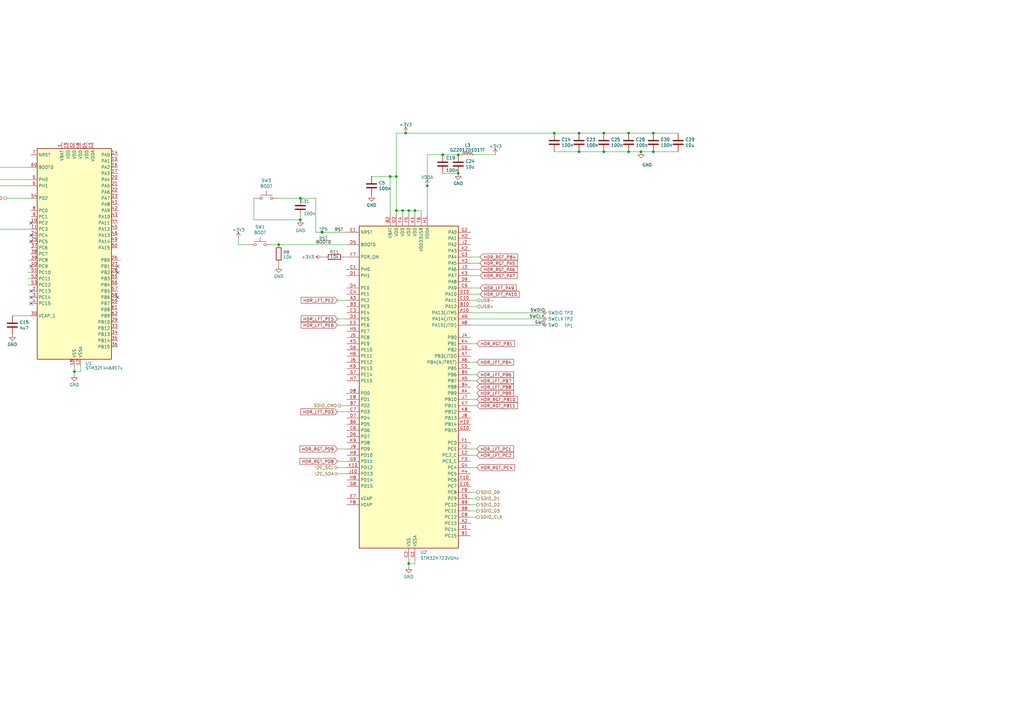
<source format=kicad_sch>
(kicad_sch (version 20231120) (generator "eeschema") (generator_version "8.0")
  (paper "A3")
  (lib_symbols
    (symbol "Connector:TestPoint_Small" (pin_numbers hide) (pin_names (offset 0.762) hide)
      (property "Reference" "TP" (at 0 3.81 0))
      (property "Value" "TestPoint_Small" (at 0 2.032 0))
      (symbol "TestPoint_Small_0_1"
        (circle (center 0 0) (radius 0.508))
      )
      (symbol "TestPoint_Small_1_1"
        (pin passive line (at 0 0 90) (length 0) (name "1") (number "1"))
      )
    )
    (symbol "Device:C" (pin_numbers hide) (pin_names (offset 0.254))
      (property "Reference" "C" (at 0.635 2.54 0))
      (property "Value" "C" (at 0.635 -2.54 0))
      (symbol "C_0_1"
        (polyline (pts (xy -2.032 -0.762) (xy 2.032 -0.762)) (stroke (width 0.508)))
        (polyline (pts (xy -2.032 0.762) (xy 2.032 0.762)) (stroke (width 0.508)))
      )
      (symbol "C_1_1"
        (pin passive line (at 0 3.81 270) (length 2.794) (name "~") (number "1"))
        (pin passive line (at 0 -3.81 90) (length 2.794) (name "~") (number "2"))
      )
    )
    (symbol "Device:Crystal_GND24_Small" (pin_names (offset 1.016) hide)
      (property "Reference" "Y" (at 1.27 4.445 0))
      (property "Value" "Crystal_GND24_Small" (at 1.27 2.54 0))
      (symbol "Crystal_GND24_Small_0_1"
        (rectangle (start -0.762 -1.524) (end 0.762 1.524))
        (polyline (pts (xy -1.27 -0.762) (xy -1.27 0.762)) (stroke (width 0.381)))
        (polyline (pts (xy 1.27 -0.762) (xy 1.27 0.762)) (stroke (width 0.381)))
        (polyline (pts (xy -1.27 -1.27) (xy -1.27 -1.905) (xy 1.27 -1.905) (xy 1.27 -1.27)))
        (polyline (pts (xy -1.27 1.27) (xy -1.27 1.905) (xy 1.27 1.905) (xy 1.27 1.27)))
      )
      (symbol "Crystal_GND24_Small_1_1"
        (pin passive line (at -2.54 0 0) (length 1.27) (name "1") (number "1"))
        (pin passive line (at 0 -2.54 90) (length 0.635) (name "2") (number "2"))
        (pin passive line (at 2.54 0 180) (length 1.27) (name "3") (number "3"))
        (pin passive line (at 0 2.54 270) (length 0.635) (name "4") (number "4"))
      )
    )
    (symbol "Device:LED" (pin_numbers hide) (pin_names (offset 1.016) hide)
      (property "Reference" "D" (at 0 2.54 0))
      (property "Value" "LED" (at 0 -2.54 0))
      (symbol "LED_0_1"
        (polyline (pts (xy -1.27 -1.27) (xy -1.27 1.27)) (stroke (width 0.254)))
        (polyline (pts (xy -1.27 0) (xy 1.27 0)))
        (polyline (pts (xy 1.27 -1.27) (xy 1.27 1.27) (xy -1.27 0) (xy 1.27 -1.27)) (stroke (width 0.254)))
        (polyline (pts (xy -3.048 -0.762) (xy -4.572 -2.286) (xy -3.81 -2.286) (xy -4.572 -2.286) (xy -4.572 -1.524)))
        (polyline (pts (xy -1.778 -0.762) (xy -3.302 -2.286) (xy -2.54 -2.286) (xy -3.302 -2.286) (xy -3.302 -1.524)))
      )
      (symbol "LED_1_1"
        (pin passive line (at -3.81 0 0) (length 2.54) (name "K") (number "1"))
        (pin passive line (at 3.81 0 180) (length 2.54) (name "A") (number "2"))
      )
    )
    (symbol "Device:L_Ferrite_Small" (pin_numbers hide) (pin_names (offset 0.254) hide)
      (property "Reference" "L" (at 1.27 1.016 0))
      (property "Value" "L_Ferrite_Small" (at 1.27 -1.27 0))
      (symbol "L_Ferrite_Small_0_1"
        (arc (start 0 -2.032) (mid 0.5058 -1.524) (end 0 -1.016))
        (arc (start 0 -1.016) (mid 0.5058 -0.508) (end 0 0))
        (polyline (pts (xy 0.762 -1.905) (xy 0.762 -1.651)))
        (polyline (pts (xy 0.762 -1.397) (xy 0.762 -1.143)))
        (polyline (pts (xy 0.762 -0.889) (xy 0.762 -0.635)))
        (polyline (pts (xy 0.762 -0.381) (xy 0.762 -0.127)))
        (polyline (pts (xy 0.762 0.127) (xy 0.762 0.381)))
        (polyline (pts (xy 0.762 0.635) (xy 0.762 0.889)))
        (polyline (pts (xy 0.762 1.143) (xy 0.762 1.397)))
        (polyline (pts (xy 0.762 1.651) (xy 0.762 1.905)))
        (polyline (pts (xy 1.016 -1.651) (xy 1.016 -1.905)))
        (polyline (pts (xy 1.016 -1.143) (xy 1.016 -1.397)))
        (polyline (pts (xy 1.016 -0.635) (xy 1.016 -0.889)))
        (polyline (pts (xy 1.016 -0.127) (xy 1.016 -0.381)))
        (polyline (pts (xy 1.016 0.381) (xy 1.016 0.127)))
        (polyline (pts (xy 1.016 0.889) (xy 1.016 0.635)))
        (polyline (pts (xy 1.016 1.397) (xy 1.016 1.143)))
        (polyline (pts (xy 1.016 1.905) (xy 1.016 1.651)))
        (arc (start 0 0) (mid 0.5058 0.508) (end 0 1.016))
        (arc (start 0 1.016) (mid 0.5058 1.524) (end 0 2.032))
      )
      (symbol "L_Ferrite_Small_1_1"
        (pin passive line (at 0 2.54 270) (length 0.508) (name "~") (number "1"))
        (pin passive line (at 0 -2.54 90) (length 0.508) (name "~") (number "2"))
      )
    )
    (symbol "Device:R" (pin_numbers hide) (pin_names (offset 0))
      (property "Reference" "R" (at 2.032 0 90))
      (property "Value" "R" (at 0 0 90))
      (symbol "R_0_1"
        (rectangle (start -1.016 -2.54) (end 1.016 2.54) (stroke (width 0.254)))
      )
      (symbol "R_1_1"
        (pin passive line (at 0 3.81 270) (length 1.27) (name "~") (number "1"))
        (pin passive line (at 0 -3.81 90) (length 1.27) (name "~") (number "2"))
      )
    )
    (symbol "MCU_ST_STM32F4:STM32F446RETx"
      (property "Reference" "U" (at -15.24 44.45 0))
      (property "Value" "STM32F446RETx" (at 10.16 44.45 0))
      (symbol "STM32F446RETx_0_1"
        (rectangle (start -15.24 -43.18) (end 15.24 43.18) (stroke (width 0.254)) (fill (type background)))
      )
      (symbol "STM32F446RETx_1_1"
        (pin power_in line (at -5.08 45.72 270) (length 2.54) (name "VBAT") (number "1"))
        (pin bidirectional line (at -17.78 12.7 0) (length 2.54) (name "PC2") (number "10"))
        (pin bidirectional line (at -17.78 10.16 0) (length 2.54) (name "PC3") (number "11"))
        (pin power_in line (at 2.54 -45.72 90) (length 2.54) (name "VSSA") (number "12"))
        (pin power_in line (at 7.62 45.72 270) (length 2.54) (name "VDDA") (number "13"))
        (pin bidirectional line (at 17.78 40.64 180) (length 2.54) (name "PA0") (number "14"))
        (pin bidirectional line (at 17.78 38.1 180) (length 2.54) (name "PA1") (number "15"))
        (pin bidirectional line (at 17.78 35.56 180) (length 2.54) (name "PA2") (number "16"))
        (pin bidirectional line (at 17.78 33.02 180) (length 2.54) (name "PA3") (number "17"))
        (pin power_in line (at 0 -45.72 90) (length 2.54) (name "VSS") (number "18"))
        (pin power_in line (at -2.54 45.72 270) (length 2.54) (name "VDD") (number "19"))
        (pin bidirectional line (at -17.78 -15.24 0) (length 2.54) (name "PC13") (number "2"))
        (pin bidirectional line (at 17.78 30.48 180) (length 2.54) (name "PA4") (number "20"))
        (pin bidirectional line (at 17.78 27.94 180) (length 2.54) (name "PA5") (number "21"))
        (pin bidirectional line (at 17.78 25.4 180) (length 2.54) (name "PA6") (number "22"))
        (pin bidirectional line (at 17.78 22.86 180) (length 2.54) (name "PA7") (number "23"))
        (pin bidirectional line (at -17.78 7.62 0) (length 2.54) (name "PC4") (number "24"))
        (pin bidirectional line (at -17.78 5.08 0) (length 2.54) (name "PC5") (number "25"))
        (pin bidirectional line (at 17.78 -2.54 180) (length 2.54) (name "PB0") (number "26"))
        (pin bidirectional line (at 17.78 -5.08 180) (length 2.54) (name "PB1") (number "27"))
        (pin bidirectional line (at 17.78 -7.62 180) (length 2.54) (name "PB2") (number "28"))
        (pin bidirectional line (at 17.78 -27.94 180) (length 2.54) (name "PB10") (number "29"))
        (pin bidirectional line (at -17.78 -17.78 0) (length 2.54) (name "PC14") (number "3"))
        (pin power_out line (at -17.78 -25.4 0) (length 2.54) (name "VCAP_1") (number "30"))
        (pin passive line (at 0 -45.72 90) (length 2.54) hide (name "VSS") (number "31"))
        (pin power_in line (at 0 45.72 270) (length 2.54) (name "VDD") (number "32"))
        (pin bidirectional line (at 17.78 -30.48 180) (length 2.54) (name "PB12") (number "33"))
        (pin bidirectional line (at 17.78 -33.02 180) (length 2.54) (name "PB13") (number "34"))
        (pin bidirectional line (at 17.78 -35.56 180) (length 2.54) (name "PB14") (number "35"))
        (pin bidirectional line (at 17.78 -38.1 180) (length 2.54) (name "PB15") (number "36"))
        (pin bidirectional line (at -17.78 2.54 0) (length 2.54) (name "PC6") (number "37"))
        (pin bidirectional line (at -17.78 0 0) (length 2.54) (name "PC7") (number "38"))
        (pin bidirectional line (at -17.78 -2.54 0) (length 2.54) (name "PC8") (number "39"))
        (pin bidirectional line (at -17.78 -20.32 0) (length 2.54) (name "PC15") (number "4"))
        (pin bidirectional line (at -17.78 -5.08 0) (length 2.54) (name "PC9") (number "40"))
        (pin bidirectional line (at 17.78 20.32 180) (length 2.54) (name "PA8") (number "41"))
        (pin bidirectional line (at 17.78 17.78 180) (length 2.54) (name "PA9") (number "42"))
        (pin bidirectional line (at 17.78 15.24 180) (length 2.54) (name "PA10") (number "43"))
        (pin bidirectional line (at 17.78 12.7 180) (length 2.54) (name "PA11") (number "44"))
        (pin bidirectional line (at 17.78 10.16 180) (length 2.54) (name "PA12") (number "45"))
        (pin bidirectional line (at 17.78 7.62 180) (length 2.54) (name "PA13") (number "46"))
        (pin passive line (at 0 -45.72 90) (length 2.54) hide (name "VSS") (number "47"))
        (pin power_in line (at 2.54 45.72 270) (length 2.54) (name "VDD") (number "48"))
        (pin bidirectional line (at 17.78 5.08 180) (length 2.54) (name "PA14") (number "49"))
        (pin bidirectional line (at -17.78 30.48 0) (length 2.54) (name "PH0") (number "5"))
        (pin bidirectional line (at 17.78 2.54 180) (length 2.54) (name "PA15") (number "50"))
        (pin bidirectional line (at -17.78 -7.62 0) (length 2.54) (name "PC10") (number "51"))
        (pin bidirectional line (at -17.78 -10.16 0) (length 2.54) (name "PC11") (number "52"))
        (pin bidirectional line (at -17.78 -12.7 0) (length 2.54) (name "PC12") (number "53"))
        (pin bidirectional line (at -17.78 22.86 0) (length 2.54) (name "PD2") (number "54"))
        (pin bidirectional line (at 17.78 -10.16 180) (length 2.54) (name "PB3") (number "55"))
        (pin bidirectional line (at 17.78 -12.7 180) (length 2.54) (name "PB4") (number "56"))
        (pin bidirectional line (at 17.78 -15.24 180) (length 2.54) (name "PB5") (number "57"))
        (pin bidirectional line (at 17.78 -17.78 180) (length 2.54) (name "PB6") (number "58"))
        (pin bidirectional line (at 17.78 -20.32 180) (length 2.54) (name "PB7") (number "59"))
        (pin bidirectional line (at -17.78 27.94 0) (length 2.54) (name "PH1") (number "6"))
        (pin input line (at -17.78 35.56 0) (length 2.54) (name "BOOT0") (number "60"))
        (pin bidirectional line (at 17.78 -22.86 180) (length 2.54) (name "PB8") (number "61"))
        (pin bidirectional line (at 17.78 -25.4 180) (length 2.54) (name "PB9") (number "62"))
        (pin passive line (at 0 -45.72 90) (length 2.54) hide (name "VSS") (number "63"))
        (pin power_in line (at 5.08 45.72 270) (length 2.54) (name "VDD") (number "64"))
        (pin input line (at -17.78 40.64 0) (length 2.54) (name "NRST") (number "7"))
        (pin bidirectional line (at -17.78 17.78 0) (length 2.54) (name "PC0") (number "8"))
        (pin bidirectional line (at -17.78 15.24 0) (length 2.54) (name "PC1") (number "9"))
      )
    )
    (symbol "MCU_ST_STM32H7:STM32H723VGHx"
      (property "Reference" "U" (at -20.32 67.31 0))
      (property "Value" "STM32H723VGHx" (at 10.16 67.31 0))
      (symbol "STM32H723VGHx_0_1"
        (rectangle (start -20.32 -66.04) (end 20.32 66.04) (stroke (width 0.254)) (fill (type background)))
      )
      (symbol "STM32H723VGHx_1_1"
        (pin bidirectional line (at 25.4 -58.42 180) (length 5.08) (name "PC14") (number "A1"))
        (pin bidirectional line (at 25.4 30.48 180) (length 5.08) (name "PA13(JTMS") (number "A10"))
        (pin bidirectional line (at 25.4 -55.88 180) (length 5.08) (name "PC13") (number "A2"))
        (pin bidirectional line (at -25.4 35.56 0) (length 5.08) (name "PE2") (number "A3"))
        (pin bidirectional line (at 25.4 -2.54 180) (length 5.08) (name "PB9") (number "A4"))
        (pin bidirectional line (at 25.4 2.54 180) (length 5.08) (name "PB7") (number "A5"))
        (pin bidirectional line (at 25.4 10.16 180) (length 5.08) (name "PB4(NJTRST)") (number "A6"))
        (pin bidirectional line (at 25.4 12.7 180) (length 5.08) (name "PB3(JTDO") (number "A7"))
        (pin bidirectional line (at 25.4 25.4 180) (length 5.08) (name "PA15(JTDI)") (number "A8"))
        (pin bidirectional line (at 25.4 27.94 180) (length 5.08) (name "PA14(JTCK") (number "A9"))
        (pin bidirectional line (at 25.4 -60.96 180) (length 5.08) (name "PC15") (number "B1"))
        (pin bidirectional line (at 25.4 33.02 180) (length 5.08) (name "PA12") (number "B10"))
        (pin power_in line (at -7.62 71.12 270) (length 5.08) (name "VBAT") (number "B2"))
        (pin bidirectional line (at -25.4 33.02 0) (length 5.08) (name "PE3") (number "B3"))
        (pin bidirectional line (at 25.4 0 180) (length 5.08) (name "PB8") (number "B4"))
        (pin bidirectional line (at 25.4 5.08 180) (length 5.08) (name "PB6") (number "B5"))
        (pin bidirectional line (at -25.4 -15.24 0) (length 5.08) (name "PD5") (number "B6"))
        (pin bidirectional line (at -25.4 -7.62 0) (length 5.08) (name "PD2") (number "B7"))
        (pin bidirectional line (at 25.4 -50.8 180) (length 5.08) (name "PC11") (number "B8"))
        (pin bidirectional line (at 25.4 -48.26 180) (length 5.08) (name "PC10") (number "B9"))
        (pin bidirectional line (at -25.4 48.26 0) (length 5.08) (name "PH0") (number "C1"))
        (pin bidirectional line (at 25.4 35.56 180) (length 5.08) (name "PA11") (number "C10"))
        (pin power_in line (at 0 -71.12 90) (length 5.08) (name "VSS") (number "C2"))
        (pin bidirectional line (at -25.4 30.48 0) (length 5.08) (name "PE4") (number "C3"))
        (pin bidirectional line (at -25.4 38.1 0) (length 5.08) (name "PE1") (number "C4"))
        (pin bidirectional line (at 25.4 7.62 180) (length 5.08) (name "PB5") (number "C5"))
        (pin bidirectional line (at -25.4 -17.78 0) (length 5.08) (name "PD6") (number "C6"))
        (pin bidirectional line (at -25.4 -10.16 0) (length 5.08) (name "PD3") (number "C7"))
        (pin bidirectional line (at 25.4 -53.34 180) (length 5.08) (name "PC12") (number "C8"))
        (pin bidirectional line (at 25.4 40.64 180) (length 5.08) (name "PA9") (number "C9"))
        (pin bidirectional line (at -25.4 45.72 0) (length 5.08) (name "PH1") (number "D1"))
        (pin bidirectional line (at 25.4 38.1 180) (length 5.08) (name "PA10") (number "D10"))
        (pin power_in line (at -5.08 71.12 270) (length 5.08) (name "VDD") (number "D2"))
        (pin bidirectional line (at -25.4 27.94 0) (length 5.08) (name "PE5") (number "D3"))
        (pin bidirectional line (at -25.4 40.64 0) (length 5.08) (name "PE0") (number "D4"))
        (pin input line (at -25.4 58.42 0) (length 5.08) (name "BOOT0") (number "D5"))
        (pin bidirectional line (at -25.4 -20.32 0) (length 5.08) (name "PD7") (number "D6"))
        (pin bidirectional line (at -25.4 -12.7 0) (length 5.08) (name "PD4") (number "D7"))
        (pin bidirectional line (at -25.4 -2.54 0) (length 5.08) (name "PD0") (number "D8"))
        (pin bidirectional line (at 25.4 43.18 180) (length 5.08) (name "PA8") (number "D9"))
        (pin input line (at -25.4 63.5 0) (length 5.08) (name "NRST") (number "E1"))
        (pin bidirectional line (at 25.4 -40.64 180) (length 5.08) (name "PC7") (number "E10"))
        (pin bidirectional line (at 25.4 -27.94 180) (length 5.08) (name "PC2_C") (number "E2"))
        (pin bidirectional line (at -25.4 25.4 0) (length 5.08) (name "PE6") (number "E3"))
        (pin passive line (at 0 -71.12 90) (length 5.08) hide (name "VSS") (number "E4"))
        (pin passive line (at 0 -71.12 90) (length 5.08) hide (name "VSS") (number "E5"))
        (pin passive line (at 0 -71.12 90) (length 5.08) hide (name "VSS") (number "E6"))
        (pin power_out line (at -25.4 -45.72 0) (length 5.08) (name "VCAP") (number "E7"))
        (pin bidirectional line (at -25.4 -5.08 0) (length 5.08) (name "PD1") (number "E8"))
        (pin bidirectional line (at 25.4 -45.72 180) (length 5.08) (name "PC9") (number "E9"))
        (pin bidirectional line (at 25.4 -22.86 180) (length 5.08) (name "PC0") (number "F1"))
        (pin bidirectional line (at 25.4 -38.1 180) (length 5.08) (name "PC6") (number "F10"))
        (pin bidirectional line (at 25.4 -25.4 180) (length 5.08) (name "PC1") (number "F2"))
        (pin bidirectional line (at 25.4 -30.48 180) (length 5.08) (name "PC3_C") (number "F3"))
        (pin power_in line (at -2.54 71.12 270) (length 5.08) (name "VDD") (number "F4"))
        (pin power_in line (at 0 71.12 270) (length 5.08) (name "VDD") (number "F5"))
        (pin power_in line (at 5.08 71.12 270) (length 5.08) (name "VDD33USB") (number "F6"))
        (pin input line (at -25.4 53.34 0) (length 5.08) (name "PDR_ON") (number "F7"))
        (pin power_out line (at -25.4 -48.26 0) (length 5.08) (name "VCAP") (number "F8"))
        (pin bidirectional line (at 25.4 -43.18 180) (length 5.08) (name "PC8") (number "F9"))
        (pin power_in line (at 2.54 -71.12 90) (length 5.08) (name "VSSA") (number "G1"))
        (pin bidirectional line (at 25.4 -17.78 180) (length 5.08) (name "PB15") (number "G10"))
        (pin bidirectional line (at 25.4 63.5 180) (length 5.08) (name "PA0") (number "G2"))
        (pin bidirectional line (at 25.4 53.34 180) (length 5.08) (name "PA4") (number "G3"))
        (pin bidirectional line (at 25.4 -33.02 180) (length 5.08) (name "PC4") (number "G4"))
        (pin bidirectional line (at 25.4 15.24 180) (length 5.08) (name "PB2") (number "G5"))
        (pin bidirectional line (at -25.4 15.24 0) (length 5.08) (name "PE10") (number "G6"))
        (pin bidirectional line (at -25.4 5.08 0) (length 5.08) (name "PE14") (number "G7"))
        (pin bidirectional line (at -25.4 -40.64 0) (length 5.08) (name "PD15") (number "G8"))
        (pin bidirectional line (at -25.4 -30.48 0) (length 5.08) (name "PD11") (number "G9"))
        (pin power_in line (at 7.62 71.12 270) (length 5.08) (name "VDDA") (number "H1"))
        (pin bidirectional line (at 25.4 -15.24 180) (length 5.08) (name "PB14") (number "H10"))
        (pin bidirectional line (at 25.4 60.96 180) (length 5.08) (name "PA1") (number "H2"))
        (pin bidirectional line (at 25.4 50.8 180) (length 5.08) (name "PA5") (number "H3"))
        (pin bidirectional line (at 25.4 -35.56 180) (length 5.08) (name "PC5") (number "H4"))
        (pin bidirectional line (at -25.4 22.86 0) (length 5.08) (name "PE7") (number "H5"))
        (pin bidirectional line (at -25.4 12.7 0) (length 5.08) (name "PE11") (number "H6"))
        (pin bidirectional line (at -25.4 2.54 0) (length 5.08) (name "PE15") (number "H7"))
        (pin bidirectional line (at -25.4 -38.1 0) (length 5.08) (name "PD14") (number "H8"))
        (pin bidirectional line (at -25.4 -27.94 0) (length 5.08) (name "PD10") (number "H9"))
        (pin passive line (at 0 -71.12 90) (length 5.08) hide (name "VSS") (number "J1"))
        (pin bidirectional line (at -25.4 -35.56 0) (length 5.08) (name "PD13") (number "J10"))
        (pin bidirectional line (at 25.4 58.42 180) (length 5.08) (name "PA2") (number "J2"))
        (pin bidirectional line (at 25.4 48.26 180) (length 5.08) (name "PA6") (number "J3"))
        (pin bidirectional line (at 25.4 20.32 180) (length 5.08) (name "PB0") (number "J4"))
        (pin bidirectional line (at -25.4 20.32 0) (length 5.08) (name "PE8") (number "J5"))
        (pin bidirectional line (at -25.4 10.16 0) (length 5.08) (name "PE12") (number "J6"))
        (pin bidirectional line (at 25.4 -5.08 180) (length 5.08) (name "PB10") (number "J7"))
        (pin bidirectional line (at 25.4 -12.7 180) (length 5.08) (name "PB13") (number "J8"))
        (pin bidirectional line (at -25.4 -25.4 0) (length 5.08) (name "PD9") (number "J9"))
        (pin power_in line (at 2.54 71.12 270) (length 5.08) (name "VDD") (number "K1"))
        (pin bidirectional line (at -25.4 -33.02 0) (length 5.08) (name "PD12") (number "K10"))
        (pin bidirectional line (at 25.4 55.88 180) (length 5.08) (name "PA3") (number "K2"))
        (pin bidirectional line (at 25.4 45.72 180) (length 5.08) (name "PA7") (number "K3"))
        (pin bidirectional line (at 25.4 17.78 180) (length 5.08) (name "PB1") (number "K4"))
        (pin bidirectional line (at -25.4 17.78 0) (length 5.08) (name "PE9") (number "K5"))
        (pin bidirectional line (at -25.4 7.62 0) (length 5.08) (name "PE13") (number "K6"))
        (pin bidirectional line (at 25.4 -7.62 180) (length 5.08) (name "PB11") (number "K7"))
        (pin bidirectional line (at 25.4 -10.16 180) (length 5.08) (name "PB12") (number "K8"))
        (pin bidirectional line (at -25.4 -22.86 0) (length 5.08) (name "PD8") (number "K9"))
      )
    )
    (symbol "Switch:SW_Push" (pin_numbers hide) (pin_names (offset 1.016) hide)
      (property "Reference" "SW" (at 1.27 2.54 0))
      (property "Value" "SW_Push" (at 0 -1.524 0))
      (symbol "SW_Push_0_1"
        (circle (center -2.032 0) (radius 0.508))
        (polyline (pts (xy 0 1.27) (xy 0 3.048)))
        (polyline (pts (xy 2.54 1.27) (xy -2.54 1.27)))
        (circle (center 2.032 0) (radius 0.508))
        (pin passive line (at -5.08 0 0) (length 2.54) (name "1") (number "1"))
        (pin passive line (at 5.08 0 180) (length 2.54) (name "2") (number "2"))
      )
    )
    (symbol "power:+3V3" (power) (pin_names (offset 0))
      (property "Value" "+3V3" (at 0 3.556 0))
      (symbol "+3V3_0_1"
        (polyline (pts (xy -0.762 1.27) (xy 0 2.54)))
        (polyline (pts (xy 0 0) (xy 0 2.54)))
        (polyline (pts (xy 0 2.54) (xy 0.762 1.27)))
      )
      (symbol "+3V3_1_1"
        (pin power_in line (at 0 0 90) (length 0) hide (name "+3V3") (number "1"))
      )
    )
    (symbol "power:GND" (power) (pin_names (offset 0))
      (property "Value" "GND" (at 0 -3.81 0))
      (symbol "GND_0_1"
        (polyline (pts (xy 0 0) (xy 0 -1.27) (xy 1.27 -1.27) (xy 0 -2.54) (xy -1.27 -1.27) (xy 0 -1.27)))
      )
      (symbol "GND_1_1"
        (pin power_in line (at 0 0 270) (length 0) hide (name "GND") (number "1"))
      )
    )
    (symbol "power:VDDA" (power) (pin_names (offset 0))
      (property "Value" "VDDA" (at 0 3.81 0))
      (symbol "VDDA_0_1"
        (polyline (pts (xy -0.762 1.27) (xy 0 2.54)))
        (polyline (pts (xy 0 0) (xy 0 2.54)))
        (polyline (pts (xy 0 2.54) (xy 0.762 1.27)))
      )
      (symbol "VDDA_1_1"
        (pin power_in line (at 0 0 90) (length 0) hide (name "VDDA") (number "1"))
      )
    )
  )
  (junction (at -15.24 72.39))
  (junction (at 175.26 76.2))
  (junction (at 165.1 86.36))
  (junction (at 237.49 62.23))
  (junction (at -33.02 77.47))
  (junction (at 187.96 71.12))
  (junction (at 257.81 62.23))
  (junction (at 257.81 54.61))
  (junction (at -15.24 77.47))
  (junction (at 166.37 54.61))
  (junction (at 247.65 54.61))
  (junction (at -33.02 74.93))
  (junction (at 132.08 95.25))
  (junction (at 160.02 72.39))
  (junction (at 262.89 62.23))
  (junction (at -46.99 68.58))
  (junction (at 162.56 72.39))
  (junction (at 123.19 90.17))
  (junction (at 170.18 86.36))
  (junction (at 114.3 100.33))
  (junction (at 187.96 63.5))
  (junction (at 237.49 54.61))
  (junction (at 267.97 62.23))
  (junction (at 162.56 86.36))
  (junction (at 167.64 86.36))
  (junction (at 181.61 63.5))
  (junction (at 227.33 54.61))
  (junction (at -17.78 74.93))
  (junction (at 267.97 54.61))
  (junction (at 123.19 81.28))
  (junction (at 167.64 231.14))
  (junction (at 30.48 152.4))
  (junction (at 247.65 62.23))
  (no_connect (at 12.7 124.46))
  (no_connect (at 12.7 96.52))
  (no_connect (at 12.7 119.38))
  (no_connect (at 12.7 121.92))
  (no_connect (at 12.7 109.22))
  (no_connect (at 48.26 111.76))
  (no_connect (at 48.26 109.22))
  (no_connect (at 12.7 99.06))
  (no_connect (at 12.7 91.44))
  (no_connect (at 48.26 121.92))
  (wire (pts (xy 132.08 105.41) (xy 133.35 105.41)))
  (wire (pts (xy 138.43 168.91) (xy 142.24 168.91)))
  (wire (pts (xy 12.7 73.66) (xy -7.62 73.66)))
  (wire (pts (xy 167.64 231.14) (xy 167.64 229.87)))
  (wire (pts (xy 166.37 54.61) (xy 227.33 54.61)))
  (wire (pts (xy 49.53 106.68) (xy 48.26 106.68)))
  (wire (pts (xy 181.61 63.5) (xy 187.96 63.5)))
  (wire (pts (xy 195.58 191.77) (xy 193.04 191.77)))
  (wire (pts (xy 11.43 116.84) (xy 12.7 116.84)))
  (wire (pts (xy 247.65 62.23) (xy 257.81 62.23)))
  (wire (pts (xy 162.56 54.61) (xy 162.56 72.39)))
  (wire (pts (xy 195.58 184.15) (xy 193.04 184.15)))
  (wire (pts (xy 33.02 152.4) (xy 30.48 152.4)))
  (wire (pts (xy 104.14 81.28) (xy 104.14 90.17)))
  (wire (pts (xy -21.59 72.39) (xy -15.24 72.39)))
  (wire (pts (xy 152.4 72.39) (xy 160.02 72.39)))
  (wire (pts (xy 5.08 129.54) (xy 12.7 129.54)))
  (wire (pts (xy -17.78 74.93) (xy -12.7 74.93)))
  (wire (pts (xy 195.58 156.21) (xy 193.04 156.21)))
  (wire (pts (xy -7.62 72.39) (xy -15.24 72.39)))
  (wire (pts (xy 195.58 166.37) (xy 193.04 166.37)))
  (wire (pts (xy 195.58 148.59) (xy 193.04 148.59)))
  (wire (pts (xy 193.04 125.73) (xy 195.58 125.73)))
  (wire (pts (xy 175.26 63.5) (xy 175.26 76.2)))
  (wire (pts (xy 138.43 184.15) (xy 142.24 184.15)))
  (wire (pts (xy -59.69 68.58) (xy -63.5 68.58)))
  (wire (pts (xy 196.85 118.11) (xy 193.04 118.11)))
  (wire (pts (xy 257.81 62.23) (xy 262.89 62.23)))
  (wire (pts (xy 195.58 209.55) (xy 193.04 209.55)))
  (wire (pts (xy 195.58 186.69) (xy 193.04 186.69)))
  (wire (pts (xy 170.18 229.87) (xy 170.18 231.14)))
  (wire (pts (xy 196.85 110.49) (xy 193.04 110.49)))
  (wire (pts (xy 101.6 100.33) (xy 97.79 100.33)))
  (wire (pts (xy 138.43 194.31) (xy 142.24 194.31)))
  (wire (pts (xy 30.48 149.86) (xy 30.48 152.4)))
  (wire (pts (xy 123.19 81.28) (xy 129.54 81.28)))
  (wire (pts (xy 167.64 86.36) (xy 167.64 87.63)))
  (wire (pts (xy 114.3 100.33) (xy 142.24 100.33)))
  (wire (pts (xy 170.18 231.14) (xy 167.64 231.14)))
  (wire (pts (xy 262.89 62.23) (xy 267.97 62.23)))
  (wire (pts (xy 11.43 111.76) (xy 12.7 111.76)))
  (wire (pts (xy 194.31 63.5) (xy 203.2 63.5)))
  (wire (pts (xy -33.02 77.47) (xy -29.21 77.47)))
  (wire (pts (xy 247.65 54.61) (xy 257.81 54.61)))
  (wire (pts (xy 193.04 130.81) (xy 223.52 130.81)))
  (wire (pts (xy -17.78 93.98) (xy -16.51 93.98)))
  (wire (pts (xy 165.1 86.36) (xy 165.1 87.63)))
  (wire (pts (xy 196.85 105.41) (xy 193.04 105.41)))
  (wire (pts (xy 162.56 86.36) (xy 165.1 86.36)))
  (wire (pts (xy 114.3 81.28) (xy 123.19 81.28)))
  (wire (pts (xy 165.1 86.36) (xy 167.64 86.36)))
  (wire (pts (xy -46.99 68.58) (xy 12.7 68.58)))
  (wire (pts (xy 160.02 72.39) (xy 162.56 72.39)))
  (wire (pts (xy 138.43 191.77) (xy 142.24 191.77)))
  (wire (pts (xy -49.53 68.58) (xy -46.99 68.58)))
  (wire (pts (xy 129.54 95.25) (xy 132.08 95.25)))
  (wire (pts (xy 195.58 212.09) (xy 193.04 212.09)))
  (wire (pts (xy -7.62 76.2) (xy 12.7 76.2)))
  (wire (pts (xy 97.79 97.79) (xy 97.79 100.33)))
  (wire (pts (xy 195.58 163.83) (xy 193.04 163.83)))
  (wire (pts (xy 267.97 54.61) (xy 278.13 54.61)))
  (wire (pts (xy 172.72 86.36) (xy 172.72 87.63)))
  (wire (pts (xy 195.58 153.67) (xy 193.04 153.67)))
  (wire (pts (xy -33.02 74.93) (xy -33.02 77.47)))
  (wire (pts (xy 160.02 72.39) (xy 160.02 87.63)))
  (wire (pts (xy -29.21 72.39) (xy -33.02 72.39)))
  (wire (pts (xy 187.96 63.5) (xy 189.23 63.5)))
  (wire (pts (xy -7.62 73.66) (xy -7.62 72.39)))
  (wire (pts (xy 138.43 123.19) (xy 142.24 123.19)))
  (wire (pts (xy 132.08 95.25) (xy 142.24 95.25)))
  (wire (pts (xy -8.89 93.98) (xy 12.7 93.98)))
  (wire (pts (xy 123.19 90.17) (xy 123.19 88.9)))
  (wire (pts (xy 175.26 87.63) (xy 175.26 76.2)))
  (wire (pts (xy 175.26 63.5) (xy 181.61 63.5)))
  (wire (pts (xy 138.43 133.35) (xy 142.24 133.35)))
  (wire (pts (xy 30.48 152.4) (xy 30.48 153.67)))
  (wire (pts (xy 195.58 201.93) (xy 193.04 201.93)))
  (wire (pts (xy 237.49 54.61) (xy 247.65 54.61)))
  (wire (pts (xy -46.99 77.47) (xy -46.99 76.2)))
  (wire (pts (xy 140.97 105.41) (xy 142.24 105.41)))
  (wire (pts (xy 114.3 109.22) (xy 114.3 107.95)))
  (wire (pts (xy -21.59 77.47) (xy -15.24 77.47)))
  (wire (pts (xy 193.04 133.35) (xy 223.52 133.35)))
  (wire (pts (xy 227.33 54.61) (xy 237.49 54.61)))
  (wire (pts (xy -33.02 72.39) (xy -33.02 74.93)))
  (wire (pts (xy 167.64 86.36) (xy 170.18 86.36)))
  (wire (pts (xy -27.94 93.98) (xy -25.4 93.98)))
  (wire (pts (xy 267.97 62.23) (xy 278.13 62.23)))
  (wire (pts (xy 139.7 166.37) (xy 142.24 166.37)))
  (wire (pts (xy 170.18 86.36) (xy 172.72 86.36)))
  (wire (pts (xy 2.54 81.28) (xy 12.7 81.28)))
  (wire (pts (xy -7.62 76.2) (xy -7.62 77.47)))
  (wire (pts (xy 227.33 62.23) (xy 237.49 62.23)))
  (wire (pts (xy 129.54 81.28) (xy 129.54 95.25)))
  (wire (pts (xy 138.43 130.81) (xy 142.24 130.81)))
  (wire (pts (xy 195.58 140.97) (xy 193.04 140.97)))
  (wire (pts (xy 196.85 120.65) (xy 193.04 120.65)))
  (wire (pts (xy 166.37 54.61) (xy 162.56 54.61)))
  (wire (pts (xy 237.49 62.23) (xy 247.65 62.23)))
  (wire (pts (xy 33.02 149.86) (xy 33.02 152.4)))
  (wire (pts (xy 104.14 90.17) (xy 123.19 90.17)))
  (wire (pts (xy 11.43 106.68) (xy 12.7 106.68)))
  (wire (pts (xy 138.43 189.23) (xy 142.24 189.23)))
  (wire (pts (xy 162.56 86.36) (xy 162.56 87.63)))
  (wire (pts (xy 196.85 113.03) (xy 193.04 113.03)))
  (wire (pts (xy 193.04 123.19) (xy 195.58 123.19)))
  (wire (pts (xy 257.81 54.61) (xy 267.97 54.61)))
  (wire (pts (xy 162.56 72.39) (xy 162.56 86.36)))
  (wire (pts (xy -7.62 77.47) (xy -15.24 77.47)))
  (wire (pts (xy 195.58 207.01) (xy 193.04 207.01)))
  (wire (pts (xy 167.64 232.41) (xy 167.64 231.14)))
  (wire (pts (xy 196.85 107.95) (xy 193.04 107.95)))
  (wire (pts (xy 181.61 71.12) (xy 187.96 71.12)))
  (wire (pts (xy 11.43 114.3) (xy 12.7 114.3)))
  (wire (pts (xy 193.04 128.27) (xy 223.52 128.27)))
  (wire (pts (xy 195.58 204.47) (xy 193.04 204.47)))
  (wire (pts (xy -63.5 66.04) (xy -63.5 68.58)))
  (wire (pts (xy 111.76 100.33) (xy 114.3 100.33)))
  (wire (pts (xy -33.02 74.93) (xy -17.78 74.93)))
  (wire (pts (xy 170.18 86.36) (xy 170.18 87.63)))
  (label "SWCLK" (at 223.52 130.81 180))
  (label "LED" (at -8.89 93.98 0))
  (label "SWDIO" (at 223.52 128.27 180))
  (label "BOOT0" (at -40.64 68.58 0))
  (label "BOOT0" (at 129.54 100.33 0))
  (label "RST" (at 137.16 95.25 0))
  (label "SWO" (at 223.52 133.35 180))
  (global_label "HDR_LFT_PD3" (shape input) (at 138.43 168.91 180) (property "Intersheetrefs" "${INTERSHEET_REFS}" (effects (hide yes))))
  (global_label "HDR_LFT_PB9" (shape input) (at 195.58 161.29 0) (property "Intersheetrefs" "${INTERSHEET_REFS}" (effects (hide yes))))
  (global_label "HDR_LFT_PB4" (shape input) (at 195.58 148.59 0) (property "Intersheetrefs" "${INTERSHEET_REFS}" (effects (hide yes))))
  (global_label "HDR_RGT_PA5" (shape input) (at 196.85 107.95 0) (property "Intersheetrefs" "${INTERSHEET_REFS}" (effects (hide yes))))
  (global_label "HDR_LFT_PC2" (shape input) (at 195.58 186.69 0) (property "Intersheetrefs" "${INTERSHEET_REFS}" (effects (hide yes))))
  (global_label "HDR_RGT_PD9" (shape input) (at 138.43 184.15 180) (property "Intersheetrefs" "${INTERSHEET_REFS}" (effects (hide yes))))
  (global_label "HDR_RGT_PB4" (shape input) (at 196.85 105.41 0) (property "Intersheetrefs" "${INTERSHEET_REFS}" (effects (hide yes))))
  (global_label "HDR_RGT_PA7" (shape input) (at 196.85 113.03 0) (property "Intersheetrefs" "${INTERSHEET_REFS}" (effects (hide yes))))
  (global_label "HDR_LFT_PB7" (shape input) (at 195.58 156.21 0) (property "Intersheetrefs" "${INTERSHEET_REFS}" (effects (hide yes))))
  (global_label "HDR_RGT_PB1" (shape input) (at 195.58 140.97 0) (property "Intersheetrefs" "${INTERSHEET_REFS}" (effects (hide yes))))
  (global_label "HDR_LFT_PB8" (shape input) (at 195.58 158.75 0) (property "Intersheetrefs" "${INTERSHEET_REFS}" (effects (hide yes))))
  (global_label "HDR_RGT_PD8" (shape input) (at 138.43 189.23 180) (property "Intersheetrefs" "${INTERSHEET_REFS}" (effects (hide yes))))
  (global_label "HDR_LFT_PE5" (shape input) (at 138.43 130.81 180) (property "Intersheetrefs" "${INTERSHEET_REFS}" (effects (hide yes))))
  (global_label "HDR_LFT_PE6" (shape input) (at 138.43 133.35 180) (property "Intersheetrefs" "${INTERSHEET_REFS}" (effects (hide yes))))
  (global_label "HDR_LFT_PA9" (shape input) (at 196.85 118.11 0) (property "Intersheetrefs" "${INTERSHEET_REFS}" (effects (hide yes))))
  (global_label "HDR_RGT_PA6" (shape input) (at 196.85 110.49 0) (property "Intersheetrefs" "${INTERSHEET_REFS}" (effects (hide yes))))
  (global_label "HDR_RGT_PC4" (shape input) (at 195.58 191.77 0) (property "Intersheetrefs" "${INTERSHEET_REFS}" (effects (hide yes))))
  (global_label "HDR_RGT_PB11" (shape input) (at 195.58 166.37 0) (property "Intersheetrefs" "${INTERSHEET_REFS}" (effects (hide yes))))
  (global_label "HDR_LFT_PC1" (shape input) (at 195.58 184.15 0) (property "Intersheetrefs" "${INTERSHEET_REFS}" (effects (hide yes))))
  (global_label "HDR_LFT_PB6" (shape input) (at 195.58 153.67 0) (property "Intersheetrefs" "${INTERSHEET_REFS}" (effects (hide yes))))
  (global_label "HDR_LFT_PA10" (shape input) (at 196.85 120.65 0) (property "Intersheetrefs" "${INTERSHEET_REFS}" (effects (hide yes))))
  (global_label "HDR_LFT_PE2" (shape input) (at 138.43 123.19 180) (property "Intersheetrefs" "${INTERSHEET_REFS}" (effects (hide yes))))
  (global_label "HDR_RGT_PB10" (shape input) (at 195.58 163.83 0) (property "Intersheetrefs" "${INTERSHEET_REFS}" (effects (hide yes))))
  (hierarchical_label "SDIO_CLK" (shape output) (at 195.58 212.09 0))
  (hierarchical_label "SDIO_CMD" (shape output) (at 139.7 166.37 180))
  (hierarchical_label "USB-" (shape input) (at 195.58 123.19 0))
  (hierarchical_label "SDIO_D3" (shape output) (at 195.58 209.55 0))
  (hierarchical_label "SDIO_CMD" (shape output) (at 2.54 81.28 180))
  (hierarchical_label "SDIO_D2" (shape output) (at 195.58 207.01 0))
  (hierarchical_label "SDIO_D1" (shape output) (at 195.58 204.47 0))
  (hierarchical_label "I2C_SCL" (shape bidirectional) (at 138.43 191.77 180))
  (hierarchical_label "I2C_SDA" (shape bidirectional) (at 138.43 194.31 180))
  (hierarchical_label "USB+" (shape input) (at 195.58 125.73 0))
  (hierarchical_label "SDIO_D0" (shape output) (at 195.58 201.93 0))
  (symbol (lib_id "Device:L_Ferrite_Small") (at 191.77 63.5 90) (unit 1)
    (property "Reference" "L3" (at 191.77 59.6011 90))
    (property "Value" "GZ2012D101TF" (at 191.77 61.5221 90))
    (property "Footprint" "Inductor_SMD:L_0805_2012Metric" (effects (hide yes)))
  )
  (symbol (lib_id "power:GND") (at 167.64 232.41 0) (unit 1)
    (property "Reference" "#PWR012" (effects (hide yes)))
    (property "Value" "GND" (at 167.64 236.5455 0))
  )
  (symbol (lib_id "power:GND") (at 5.08 137.16 0) (unit 1)
    (property "Reference" "#PWR015" (effects (hide yes)))
    (property "Value" "GND" (at 5.08 141.2955 0))
  )
  (symbol (lib_id "MCU_ST_STM32F4:STM32F446RETx") (at 30.48 104.14 0) (unit 1)
    (property "Reference" "U1" (at 34.9759 149.0425 0) (effects (justify left)))
    (property "Value" "STM32F446RETx" (at 34.9759 150.9635 0) (effects (justify left)))
    (property "Footprint" "Package_QFP:LQFP-64_10x10mm_P0.5mm" (effects (hide yes)))
    (property "Datasheet" "https://www.st.com/resource/en/datasheet/stm32f446re.pdf" (effects (hide yes)))
  )
  (symbol (lib_id "Device:C") (at 237.49 58.42 0) (unit 1)
    (property "Reference" "C23" (at 240.411 57.2516 0) (effects (justify left)))
    (property "Value" "100n" (at 240.411 59.563 0) (effects (justify left)))
    (property "Footprint" "Capacitor_SMD:C_0603_1608Metric" (effects (hide yes)))
  )
  (symbol (lib_id "power:GND") (at 187.96 71.12 0) (unit 1)
    (property "Reference" "#PWR024" (effects (hide yes)))
    (property "Value" "GND" (at 187.96 75.2555 0))
  )
  (symbol (lib_id "Device:C") (at 257.81 58.42 0) (unit 1)
    (property "Reference" "C28" (at 260.731 57.2516 0) (effects (justify left)))
    (property "Value" "100n" (at 260.731 59.563 0) (effects (justify left)))
    (property "Footprint" "Capacitor_SMD:C_0603_1608Metric" (effects (hide yes)))
  )
  (symbol (lib_id "Device:LED") (at -21.59 93.98 0) (unit 1)
    (property "Reference" "D3" (at -22.86 91.44 0))
    (property "Value" "USER_LED" (at -22.86 97.79 0))
    (property "Footprint" "LED_SMD:LED_0603_1608Metric" (effects (hide yes)))
  )
  (symbol (lib_id "Device:C") (at 187.96 67.31 0) (unit 1)
    (property "Reference" "C24" (at 190.881 66.1416 0) (effects (justify left)))
    (property "Value" "10u" (at 190.881 68.453 0) (effects (justify left)))
    (property "Footprint" "Capacitor_SMD:C_0603_1608Metric" (effects (hide yes)))
  )
  (symbol (lib_id "Device:C") (at 123.19 85.09 180) (unit 1)
    (property "Reference" "C31" (at 127 82.55 0) (effects (justify left)))
    (property "Value" "100n" (at 129.54 87.63 0) (effects (justify left)))
    (property "Footprint" "Capacitor_SMD:C_0603_1608Metric" (effects (hide yes)))
  )
  (symbol (lib_id "Device:C") (at -25.4 77.47 270) (unit 1)
    (property "Reference" "C4" (at -30.48 76.2 90) (effects (justify left)))
    (property "Value" "12p" (at -24.13 76.2 90) (effects (justify left)))
    (property "Footprint" "Capacitor_SMD:C_0603_1608Metric" (effects (hide yes)))
    (instances (project "PCB_dev_stm32f302" (path "" (reference "C4") (unit 1))) (project "Roboty_rev3_H7" (path "" (reference "C18") (unit 1))))
  )
  (symbol (lib_id "Device:C") (at 267.97 58.42 0) (unit 1)
    (property "Reference" "C30" (at 270.891 57.2516 0) (effects (justify left)))
    (property "Value" "100n" (at 270.891 59.563 0) (effects (justify left)))
    (property "Footprint" "Capacitor_SMD:C_0603_1608Metric" (effects (hide yes)))
  )
  (symbol (lib_id "power:GND") (at -27.94 93.98 270) (unit 1)
    (property "Reference" "#PWR034" (effects (hide yes)))
    (property "Value" "GND" (at -31.1149 94.2968 90) (effects (justify right)))
  )
  (symbol (lib_id "Connector:TestPoint_Small") (at 132.08 95.25 0) (unit 1)
    (property "Reference" "TP5" (at 130.81 93.98 0) (effects (justify left)))
    (property "Value" "RST" (at 130.81 97.79 0) (effects (justify left)))
    (property "Footprint" "TestPoint:TestPoint_Pad_D1.0mm" (effects (hide yes)))
  )
  (symbol (lib_id "Device:C") (at 5.08 133.35 0) (unit 1)
    (property "Reference" "C15" (at 8.001 132.1816 0) (effects (justify left)))
    (property "Value" "4u7" (at 8.001 134.493 0) (effects (justify left)))
    (property "Footprint" "Capacitor_SMD:C_0603_1608Metric" (effects (hide yes)))
    (instances (project "Roboty_rev3_H7" (path "" (reference "C15") (unit 1))) (project "PCB_Lidar" (path "" (reference "C6") (unit 1))))
  )
  (symbol (lib_id "power:GND") (at 30.48 153.67 0) (unit 1)
    (property "Reference" "#PWR016" (effects (hide yes)))
    (property "Value" "GND" (at 30.48 157.8055 0))
  )
  (symbol (lib_id "Connector:TestPoint_Small") (at 223.52 130.81 0) (unit 1)
    (property "Reference" "TP2" (at 231.394 130.81 0) (effects (justify left)))
    (property "Value" "SWCLK" (at 224.79 130.81 0) (effects (justify left)))
    (property "Footprint" "TestPoint:TestPoint_Pad_D1.0mm" (effects (hide yes)))
  )
  (symbol (lib_id "power:+3V3") (at 203.2 63.5 0) (unit 1)
    (property "Reference" "#PWR025" (effects (hide yes)))
    (property "Value" "+3V3" (at 203.2 59.9981 0))
  )
  (symbol (lib_id "power:+3V3") (at 166.37 54.61 0) (unit 1)
    (property "Reference" "#PWR022" (effects (hide yes)))
    (property "Value" "+3V3" (at 166.37 51.1081 0))
  )
  (symbol (lib_id "Device:C") (at 181.61 67.31 0) (unit 1)
    (property "Reference" "C19" (at 182.88 64.77 0) (effects (justify left)))
    (property "Value" "100n" (at 182.88 69.85 0) (effects (justify left)))
    (property "Footprint" "Capacitor_SMD:C_0603_1608Metric" (effects (hide yes)))
  )
  (symbol (lib_id "power:+3V3") (at 97.79 97.79 0) (unit 1)
    (property "Reference" "#PWR03" (effects (hide yes)))
    (property "Value" "+3V3" (at 97.79 94.2881 0))
  )
  (symbol (lib_id "power:GND") (at 262.89 62.23 0) (unit 1)
    (property "Reference" "#PWR026" (effects (hide yes)))
    (property "Value" "GND" (at 265.43 67.6355 0))
  )
  (symbol (lib_id "Device:C") (at 247.65 58.42 0) (unit 1)
    (property "Reference" "C25" (at 250.571 57.2516 0) (effects (justify left)))
    (property "Value" "100n" (at 250.571 59.563 0) (effects (justify left)))
    (property "Footprint" "Capacitor_SMD:C_0603_1608Metric" (effects (hide yes)))
  )
  (symbol (lib_id "Switch:SW_Push") (at -54.61 68.58 0) (unit 1)
    (property "Reference" "SW2" (at -54.61 61.341 0))
    (property "Value" "BOOT" (at -54.61 63.6524 0))
    (property "Footprint" "Button_Switch_SMD:SW_SPST_B3U-1000P" (effects (hide yes)))
  )
  (symbol (lib_id "Connector:TestPoint_Small") (at 223.52 133.35 0) (unit 1)
    (property "Reference" "TP1" (at 231.394 133.604 0) (effects (justify left)))
    (property "Value" "SWO" (at 224.79 133.35 0) (effects (justify left)))
    (property "Footprint" "TestPoint:TestPoint_Pad_D1.0mm" (effects (hide yes)))
  )
  (symbol (lib_id "Device:C") (at 227.33 58.42 0) (unit 1)
    (property "Reference" "C14" (at 230.251 57.2516 0) (effects (justify left)))
    (property "Value" "100n" (at 230.251 59.563 0) (effects (justify left)))
    (property "Footprint" "Capacitor_SMD:C_0603_1608Metric" (effects (hide yes)))
  )
  (symbol (lib_id "power:GND") (at 114.3 109.22 0) (unit 1)
    (property "Reference" "#PWR010" (effects (hide yes)))
    (property "Value" "GND" (at 114.3 113.3555 0))
  )
  (symbol (lib_id "Device:Crystal_GND24_Small") (at -15.24 74.93 90) (mirror x) (unit 1)
    (property "Reference" "Y1" (at -11.43 76.2 90))
    (property "Value" "XL7EL89CLI-111YLC-16M" (at -17.78 81.28 90))
    (property "Footprint" "Crystal:Crystal_SMD_2016-4Pin_2.0x1.6mm" (effects (hide yes)))
  )
  (symbol (lib_id "Device:C") (at 152.4 76.2 0) (unit 1)
    (property "Reference" "C5" (at 155.321 75.0316 0) (effects (justify left)))
    (property "Value" "100n" (at 155.321 77.343 0) (effects (justify left)))
    (property "Footprint" "Capacitor_SMD:C_0603_1608Metric" (effects (hide yes)))
  )
  (symbol (lib_id "power:VDDA") (at 175.26 76.2 0) (unit 1)
    (property "Reference" "#PWR023" (effects (hide yes)))
    (property "Value" "VDDA" (at 175.26 72.6981 0))
  )
  (symbol (lib_id "Switch:SW_Push") (at 106.68 100.33 0) (unit 1)
    (property "Reference" "SW1" (at 106.68 93.091 0))
    (property "Value" "BOOT" (at 106.68 95.4024 0))
    (property "Footprint" "Button_Switch_SMD:SW_SPST_B3U-1000P" (effects (hide yes)))
  )
  (symbol (lib_id "Device:R") (at -12.7 93.98 90) (unit 1)
    (property "Reference" "R5" (at -12.7 91.44 90))
    (property "Value" "1K" (at -12.7 93.98 90))
    (property "Footprint" "Resistor_SMD:R_0603_1608Metric" (effects (hide yes)))
  )
  (symbol (lib_id "power:+3V3") (at -63.5 66.04 0) (unit 1)
    (property "Reference" "#PWR019" (effects (hide yes)))
    (property "Value" "+3V3" (at -63.5 62.5381 0))
  )
  (symbol (lib_id "Device:C") (at -25.4 72.39 270) (unit 1)
    (property "Reference" "C4" (at -30.48 71.12 90) (effects (justify left)))
    (property "Value" "12p" (at -24.13 71.12 90) (effects (justify left)))
    (property "Footprint" "Capacitor_SMD:C_0603_1608Metric" (effects (hide yes)))
    (instances (project "PCB_dev_stm32f302" (path "" (reference "C4") (unit 1))) (project "Roboty_rev3_H7" (path "" (reference "C17") (unit 1))))
  )
  (symbol (lib_id "power:GND") (at 152.4 80.01 0) (unit 1)
    (property "Reference" "#PWR017" (effects (hide yes)))
    (property "Value" "GND" (at 152.4 84.1455 0))
  )
  (symbol (lib_id "Device:R") (at 137.16 105.41 90) (unit 1)
    (property "Reference" "R11" (at 137.16 103.378 90))
    (property "Value" "10k" (at 137.16 105.41 90))
    (property "Footprint" "Resistor_SMD:R_0603_1608Metric" (effects (hide yes)))
  )
  (symbol (lib_id "power:GND") (at -33.02 77.47 0) (unit 1)
    (property "Reference" "#PWR021" (effects (hide yes)))
    (property "Value" "GND" (at -33.02 81.6055 0))
  )
  (symbol (lib_id "Device:C") (at 278.13 58.42 0) (unit 1)
    (property "Reference" "C29" (at 281.051 57.2516 0) (effects (justify left)))
    (property "Value" "10u" (at 281.051 59.563 0) (effects (justify left)))
    (property "Footprint" "Capacitor_SMD:C_0603_1608Metric" (effects (hide yes)))
  )
  (symbol (lib_id "Device:R") (at 114.3 104.14 0) (unit 1)
    (property "Reference" "R8" (at 116.078 103.4963 0) (effects (justify left)))
    (property "Value" "10k" (at 116.078 105.4173 0) (effects (justify left)))
    (property "Footprint" "Resistor_SMD:R_0603_1608Metric" (effects (hide yes)))
  )
  (symbol (lib_id "power:+3V3") (at 132.08 105.41 90) (unit 1)
    (property "Reference" "#PWR011" (effects (hide yes)))
    (property "Value" "+3V3" (at 128.905 105.41 90) (effects (justify left)))
  )
  (symbol (lib_id "Device:R") (at -46.99 72.39 0) (unit 1)
    (property "Reference" "R4" (at -45.212 71.7463 0) (effects (justify left)))
    (property "Value" "10k" (at -45.212 73.6673 0) (effects (justify left)))
    (property "Footprint" "Resistor_SMD:R_0603_1608Metric" (effects (hide yes)))
  )
  (symbol (lib_id "MCU_ST_STM32H7:STM32H723VGHx") (at 167.64 158.75 0) (unit 1)
    (property "Reference" "U2" (at 172.3741 226.5101 0) (effects (justify left)))
    (property "Value" "STM32H723VGHx" (at 172.3741 228.9344 0) (effects (justify left)))
    (property "Footprint" "Package_BGA:TFBGA-100_8x8mm_Layout10x10_P0.8mm" (effects (hide yes)))
    (property "Datasheet" "https://www.st.com/resource/en/datasheet/stm32h723vg.pdf" (effects (hide yes)))
    (property "Description" "STMicroelectronics Arm Cortex-M7 MCU, 1024KB flash, 564KB RAM, 550 MHz, 1.62-3.6V, 82 GPIO, TFBGA100" (effects (hide yes)))
  )
  (symbol (lib_id "power:GND") (at 123.19 90.17 0) (unit 1)
    (property "Reference" "#PWR035" (effects (hide yes)))
    (property "Value" "GND" (at 123.317 94.5642 0))
  )
  (symbol (lib_id "Switch:SW_Push") (at 109.22 81.28 0) (unit 1)
    (property "Reference" "SW3" (at 109.22 74.041 0))
    (property "Value" "BOOT" (at 109.22 76.3524 0))
    (property "Footprint" "Button_Switch_SMD:SW_SPST_B3U-1000P" (effects (hide yes)))
  )
  (symbol (lib_id "Connector:TestPoint_Small") (at 223.52 128.27 0) (unit 1)
    (property "Reference" "TP3" (at 231.394 128.27 0) (effects (justify left)))
    (property "Value" "SWDIO" (at 224.79 128.27 0) (effects (justify left)))
    (property "Footprint" "TestPoint:TestPoint_Pad_D1.0mm" (effects (hide yes)))
  )
  (symbol (lib_id "power:GND") (at -46.99 77.47 0) (unit 1)
    (property "Reference" "#PWR020" (effects (hide yes)))
    (property "Value" "GND" (at -46.99 81.6055 0))
  )
)
</source>
